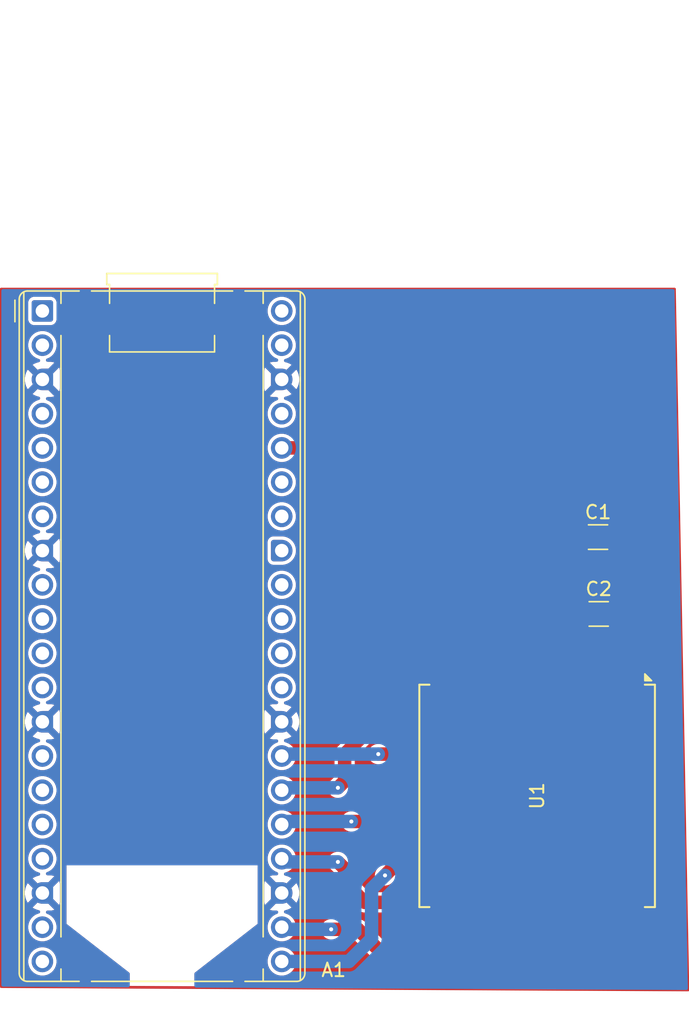
<source format=kicad_pcb>
(kicad_pcb (version 20241229) (generator "pcbnew") (generator_version "9.0")
  (layers (0 "F.Cu" signal) (2 "B.Cu" signal) (13 "F.Paste" user) (15 "B.Paste" user) (5 "F.SilkS" user "F.Silkscreen") (7 "B.SilkS" user "B.Silkscreen") (1 "F.Mask" user) (3 "B.Mask" user) (25 "Edge.Cuts" user))
  (net 0 "")
  (net 1 "DIO0")
  (net 3 "SCK")
  (net 4 "GND")
  (net 14 "MOSI")
  (net 18 "MISO")
  (net 19 "3.3V")
  (net 21 "RESET")
  (net 22 "NSS")
  (footprint "Module:RaspberryPi_Pico_Common_THT" (layer "F.Cu") (at 57.0484 50.6222)
    (property "Reference" "A1" (at 20.6375 48.895 0) (layer "F.SilkS") (effects (justify left)))
    (property "Value" "RaspberryPi_Pico_W")
    (fp_line (start -2.04 0.8) (end -2.04 -0.8) (stroke (width 0.12)) (layer "F.SilkS"))
    (fp_line (start -1.72 -0.87) (end -1.72 49.13) (stroke (width 0.12)) (layer "F.SilkS"))
    (fp_line (start -1.38 -1.417) (end -1.38 49.677) (stroke (width 0.12)) (layer "F.SilkS"))
    (fp_line (start -1.11 -1.48) (end 1.38 -1.48) (stroke (width 0.12)) (layer "F.SilkS"))
    (fp_line (start -1.11 49.74) (end 2.727939 49.74) (stroke (width 0.12)) (layer "F.SilkS"))
    (fp_line (start 1.38 -1.48) (end 1.38 -0.56648) (stroke (width 0.12)) (layer "F.SilkS"))
    (fp_line (start 1.38 -1.48) (end 2.72794 -1.48) (stroke (width 0.12)) (layer "F.SilkS"))
    (fp_line (start 1.38 1.82648) (end 1.38 46.43352) (stroke (width 0.12)) (layer "F.SilkS"))
    (fp_line (start 1.38 48.82648) (end 1.38 49.74) (stroke (width 0.12)) (layer "F.SilkS"))
    (fp_line (start 3.652061 -1.48) (end 4.655 -1.48) (stroke (width 0.12)) (layer "F.SilkS"))
    (fp_line (start 4.655 -1.48) (end 13.125 -1.48) (stroke (width 0.12)) (layer "F.SilkS"))
    (fp_line (start 4.78 -2.78) (end 4.78 -1.96) (stroke (width 0.12)) (layer "F.SilkS"))
    (fp_line (start 4.78 -2.78) (end 13 -2.78) (stroke (width 0.12)) (layer "F.SilkS"))
    (fp_line (start 4.78 -1.96) (end 4.99 -1.96) (stroke (width 0.12)) (layer "F.SilkS"))
    (fp_line (start 4.99 -1.96) (end 4.99 -0.564) (stroke (width 0.12)) (layer "F.SilkS"))
    (fp_line (start 4.99 1.824) (end 4.99 3.04) (stroke (width 0.12)) (layer "F.SilkS"))
    (fp_line (start 5.29 49.74) (end 3.652061 49.74) (stroke (width 0.12)) (layer "F.SilkS"))
    (fp_line (start 12.49 49.74) (end 5.29 49.74) (stroke (width 0.12)) (layer "F.SilkS"))
    (fp_line (start 12.79 -1.96) (end 12.79 -0.564) (stroke (width 0.12)) (layer "F.SilkS"))
    (fp_line (start 12.79 1.824) (end 12.79 3.04) (stroke (width 0.12)) (layer "F.SilkS"))
    (fp_line (start 12.79 3.04) (end 4.99 3.04) (stroke (width 0.12)) (layer "F.SilkS"))
    (fp_line (start 13 -2.78) (end 13 -1.96) (stroke (width 0.12)) (layer "F.SilkS"))
    (fp_line (start 13 -1.96) (end 12.79 -1.96) (stroke (width 0.12)) (layer "F.SilkS"))
    (fp_line (start 13.125 -1.48) (end 14.127939 -1.48) (stroke (width 0.12)) (layer "F.SilkS"))
    (fp_line (start 14.127939 49.74) (end 12.49 49.74) (stroke (width 0.12)) (layer "F.SilkS"))
    (fp_line (start 15.052061 -1.48) (end 16.4 -1.48) (stroke (width 0.12)) (layer "F.SilkS"))
    (fp_line (start 15.052061 49.74) (end 18.89 49.74) (stroke (width 0.12)) (layer "F.SilkS"))
    (fp_line (start 16.4 -1.48) (end 16.4 -0.56648) (stroke (width 0.12)) (layer "F.SilkS"))
    (fp_line (start 16.4 1.82648) (end 16.4 46.43352) (stroke (width 0.12)) (layer "F.SilkS"))
    (fp_line (start 16.4 48.82648) (end 16.4 49.74) (stroke (width 0.12)) (layer "F.SilkS"))
    (fp_line (start 18.89 -1.48) (end 16.4 -1.48) (stroke (width 0.12)) (layer "F.SilkS"))
    (fp_line (start 19.16 49.677) (end 19.16 -1.417) (stroke (width 0.12)) (layer "F.SilkS"))
    (fp_line (start 19.5 -0.87) (end 19.5 49.13) (stroke (width 0.12)) (layer "F.SilkS"))
    (fp_arc (start -1.72 -0.87) (mid -1.541335 -1.301335) (end -1.11 -1.48) (stroke (width 0.12)) (layer "F.SilkS"))
    (fp_arc (start -1.11 49.74) (mid -1.541364 49.561364) (end -1.72 49.13) (stroke (width 0.12)) (layer "F.SilkS"))
    (fp_arc (start 18.89 -1.48) (mid 19.321335 -1.301335) (end 19.5 -0.87) (stroke (width 0.12)) (layer "F.SilkS"))
    (fp_arc (start 19.5 49.13) (mid 19.321335 49.561335) (end 18.89 49.74) (stroke (width 0.12)) (layer "F.SilkS"))
    (pad "1" thru_hole roundrect (at 0 0) (size 1.6 1.6) (drill 1) (layers "*.Cu" "*.Mask") (roundrect_rratio 0.125))
    (pad "2" thru_hole circle (at 0 2.54) (size 1.6 1.6) (drill 1) (layers "*.Cu" "*.Mask"))
    (pad "3" thru_hole custom (at 0 5.08) (size 1.6 1.6) (drill 1) (layers "*.Cu" "*.Mask") (net 4 "GND") (options (clearance outline) (anchor circle)) (primitives (gr_poly (pts (xy 0.8 0.6) (xy 0.8 -0.6) (xy 0.6 -0.8) (xy 0 -0.8) (xy 0 0.8) (xy 0.6 0.8)) (width 0) (fill yes)) (gr_circle (center 0.6 0.6) (end 0.8 0.6) (width 0) (fill yes)) (gr_circle (center 0.6 -0.6) (end 0.8 -0.6) (width 0) (fill yes))))
    (pad "4" thru_hole circle (at 0 7.62) (size 1.6 1.6) (drill 1) (layers "*.Cu" "*.Mask"))
    (pad "5" thru_hole circle (at 0 10.16) (size 1.6 1.6) (drill 1) (layers "*.Cu" "*.Mask"))
    (pad "6" thru_hole circle (at 0 12.7) (size 1.6 1.6) (drill 1) (layers "*.Cu" "*.Mask"))
    (pad "7" thru_hole circle (at 0 15.24) (size 1.6 1.6) (drill 1) (layers "*.Cu" "*.Mask"))
    (pad "8" thru_hole custom (at 0 17.78) (size 1.6 1.6) (drill 1) (layers "*.Cu" "*.Mask") (net 4 "GND") (options (clearance outline) (anchor circle)) (primitives (gr_poly (pts (xy 0.8 0.6) (xy 0.8 -0.6) (xy 0.6 -0.8) (xy 0 -0.8) (xy 0 0.8) (xy 0.6 0.8)) (width 0) (fill yes)) (gr_circle (center 0.6 0.6) (end 0.8 0.6) (width 0) (fill yes)) (gr_circle (center 0.6 -0.6) (end 0.8 -0.6) (width 0) (fill yes))))
    (pad "9" thru_hole circle (at 0 20.32) (size 1.6 1.6) (drill 1) (layers "*.Cu" "*.Mask"))
    (pad "10" thru_hole circle (at 0 22.86) (size 1.6 1.6) (drill 1) (layers "*.Cu" "*.Mask"))
    (pad "11" thru_hole circle (at 0 25.4) (size 1.6 1.6) (drill 1) (layers "*.Cu" "*.Mask"))
    (pad "12" thru_hole circle (at 0 27.94) (size 1.6 1.6) (drill 1) (layers "*.Cu" "*.Mask"))
    (pad "13" thru_hole custom (at 0 30.48) (size 1.6 1.6) (drill 1) (layers "*.Cu" "*.Mask") (net 4 "GND") (options (clearance outline) (anchor circle)) (primitives (gr_poly (pts (xy 0.8 0.6) (xy 0.8 -0.6) (xy 0.6 -0.8) (xy 0 -0.8) (xy 0 0.8) (xy 0.6 0.8)) (width 0) (fill yes)) (gr_circle (center 0.6 0.6) (end 0.8 0.6) (width 0) (fill yes)) (gr_circle (center 0.6 -0.6) (end 0.8 -0.6) (width 0) (fill yes))))
    (pad "14" thru_hole circle (at 0 33.02) (size 1.6 1.6) (drill 1) (layers "*.Cu" "*.Mask"))
    (pad "15" thru_hole circle (at 0 35.56) (size 1.6 1.6) (drill 1) (layers "*.Cu" "*.Mask"))
    (pad "16" thru_hole circle (at 0 38.1) (size 1.6 1.6) (drill 1) (layers "*.Cu" "*.Mask"))
    (pad "17" thru_hole circle (at 0 40.64) (size 1.6 1.6) (drill 1) (layers "*.Cu" "*.Mask"))
    (pad "18" thru_hole custom (at 0 43.18) (size 1.6 1.6) (drill 1) (layers "*.Cu" "*.Mask") (net 4 "GND") (options (clearance outline) (anchor circle)) (primitives (gr_poly (pts (xy 0.8 0.6) (xy 0.8 -0.6) (xy 0.6 -0.8) (xy 0 -0.8) (xy 0 0.8) (xy 0.6 0.8)) (width 0) (fill yes)) (gr_circle (center 0.6 0.6) (end 0.8 0.6) (width 0) (fill yes)) (gr_circle (center 0.6 -0.6) (end 0.8 -0.6) (width 0) (fill yes))))
    (pad "19" thru_hole circle (at 0 45.72) (size 1.6 1.6) (drill 1) (layers "*.Cu" "*.Mask"))
    (pad "20" thru_hole circle (at 0 48.26) (size 1.6 1.6) (drill 1) (layers "*.Cu" "*.Mask"))
    (pad "21" thru_hole circle (at 17.78 48.26) (size 1.6 1.6) (drill 1) (layers "*.Cu" "*.Mask") (net 18 "MISO"))
    (pad "22" thru_hole circle (at 17.78 45.72) (size 1.6 1.6) (drill 1) (layers "*.Cu" "*.Mask") (net 22 "NSS"))
    (pad "23" thru_hole custom (at 17.78 43.18) (size 1.6 1.6) (drill 1) (layers "*.Cu" "*.Mask") (net 4 "GND") (options (clearance outline) (anchor circle)) (primitives (gr_poly (pts (xy -0.8 0.6) (xy -0.8 -0.6) (xy -0.6 -0.8) (xy 0 -0.8) (xy 0 0.8) (xy -0.6 0.8)) (width 0) (fill yes)) (gr_circle (center -0.6 0.6) (end -0.4 0.6) (width 0) (fill yes)) (gr_circle (center -0.6 -0.6) (end -0.4 -0.6) (width 0) (fill yes))))
    (pad "24" thru_hole circle (at 17.78 40.64) (size 1.6 1.6) (drill 1) (layers "*.Cu" "*.Mask") (net 3 "SCK"))
    (pad "25" thru_hole circle (at 17.78 38.1) (size 1.6 1.6) (drill 1) (layers "*.Cu" "*.Mask") (net 14 "MOSI"))
    (pad "26" thru_hole circle (at 17.78 35.56) (size 1.6 1.6) (drill 1) (layers "*.Cu" "*.Mask") (net 1 "DIO0"))
    (pad "27" thru_hole circle (at 17.78 33.02) (size 1.6 1.6) (drill 1) (layers "*.Cu" "*.Mask") (net 21 "RESET"))
    (pad "28" thru_hole custom (at 17.78 30.48) (size 1.6 1.6) (drill 1) (layers "*.Cu" "*.Mask") (net 4 "GND") (options (clearance outline) (anchor circle)) (primitives (gr_poly (pts (xy -0.8 0.6) (xy -0.8 -0.6) (xy -0.6 -0.8) (xy 0 -0.8) (xy 0 0.8) (xy -0.6 0.8)) (width 0) (fill yes)) (gr_circle (center -0.6 0.6) (end -0.4 0.6) (width 0) (fill yes)) (gr_circle (center -0.6 -0.6) (end -0.4 -0.6) (width 0) (fill yes))))
    (pad "29" thru_hole circle (at 17.78 27.94) (size 1.6 1.6) (drill 1) (layers "*.Cu" "*.Mask"))
    (pad "30" thru_hole circle (at 17.78 25.4) (size 1.6 1.6) (drill 1) (layers "*.Cu" "*.Mask"))
    (pad "31" thru_hole circle (at 17.78 22.86) (size 1.6 1.6) (drill 1) (layers "*.Cu" "*.Mask"))
    (pad "32" thru_hole circle (at 17.78 20.32 1) (size 1.6 1.6) (drill 1) (layers "*.Cu" "*.Mask" "F.Adhes"))
    (pad "33" thru_hole custom (at 17.78 17.78) (size 1.6 1.6) (drill 1) (layers "*.Cu" "*.Mask") (options (clearance outline) (anchor circle)) (primitives (gr_poly (pts (xy -0.8 0.6) (xy -0.8 -0.6) (xy -0.6 -0.8) (xy 0 -0.8) (xy 0 0.8) (xy -0.6 0.8)) (width 0) (fill yes)) (gr_circle (center -0.6 0.6) (end -0.4 0.6) (width 0) (fill yes)) (gr_circle (center -0.6 -0.6) (end -0.4 -0.6) (width 0) (fill yes))))
    (pad "34" thru_hole circle (at 17.78 15.24) (size 1.6 1.6) (drill 1) (layers "*.Cu" "*.Mask"))
    (pad "35" thru_hole circle (at 17.78 12.7) (size 1.6 1.6) (drill 1) (layers "*.Cu" "*.Mask"))
    (pad "36" thru_hole circle (at 17.78 10.16) (size 1.6 1.6) (drill 1) (layers "*.Cu" "*.Mask") (net 19 "3.3V"))
    (pad "37" thru_hole circle (at 17.78 7.62) (size 1.6 1.6) (drill 1) (layers "*.Cu" "*.Mask"))
    (pad "38" thru_hole custom (at 17.78 5.08) (size 1.6 1.6) (drill 1) (layers "*.Cu" "*.Mask") (net 4 "GND") (options (clearance outline) (anchor circle)) (primitives (gr_poly (pts (xy -0.8 0.6) (xy -0.8 -0.6) (xy -0.6 -0.8) (xy 0 -0.8) (xy 0 0.8) (xy -0.6 0.8)) (width 0) (fill yes)) (gr_circle (center -0.6 0.6) (end -0.4 0.6) (width 0) (fill yes)) (gr_circle (center -0.6 -0.6) (end -0.4 -0.6) (width 0) (fill yes))))
    (pad "39" thru_hole circle (at 17.78 2.54) (size 1.6 1.6) (drill 1) (layers "*.Cu" "*.Mask"))
    (pad "40" thru_hole circle (at 17.78 0) (size 1.6 1.6) (drill 1) (layers "*.Cu" "*.Mask"))
    (zone (net 0) (net_name "") (layers "F.Cu" "B.Cu" "F.Paste" "B.Paste") (name "Antenna Copper Keep Out") (connect_pads (clearance 0)) (min_thickness 0.254)
      (keepout (tracks not_allowed) (vias not_allowed) (pads not_allowed) (copperpour not_allowed) (footprints allowed))
      (fill (thermal_gap 0.508) (thermal_bridge_width 0.508))
      (polygon (pts (xy 63.5384 99.742095) (xy 58.8384 96.092095) (xy 58.8384 91.7522) (xy 73.0384 91.7522) (xy 73.0384 96.092095) (xy 68.3384 99.742095) (xy 68.3384 100.7522) (xy 63.5384 100.7522)))
    )
  )
  (footprint "RF_Module:Ai-Thinker-Ra-01-LoRa" (layer "F.Cu") (at 93.8 86.6 -90)
    (property "Reference" "U1" (at 0 0 90) (layer "F.SilkS"))
    (property "Value" "Ai-Thinker-Ra-01")
    (fp_line (start -8.25 8.75) (end 8.25 8.75) (stroke (width 0.15)) (layer "F.SilkS"))
    (fp_line (start 8.25 8.75) (end 8.25 8) (stroke (width 0.15)) (layer "F.SilkS"))
    (fp_line (start -8.25 8) (end -8.25 8.75) (stroke (width 0.15)) (layer "F.SilkS"))
    (fp_line (start -8.25 -8) (end -8.25 -8.75) (stroke (width 0.15)) (layer "F.SilkS"))
    (fp_line (start -8.25 -8.75) (end 8.25 -8.75) (stroke (width 0.15)) (layer "F.SilkS"))
    (fp_line (start 8.25 -8.75) (end 8.25 -8) (stroke (width 0.15)) (layer "F.SilkS"))
    (fp_poly (pts (xy -8.55 -8) (xy -9.05 -8) (xy -8.55 -8.5) (xy -8.55 -8)) (stroke (width 0.12)) (fill yes) (layer "F.SilkS"))
    (pad "1" smd rect (at -8 -7 270) (size 2 1.5) (layers "F.Cu" "F.Mask" "F.Paste"))
    (pad "2" smd rect (at -8 -5 270) (size 2 1.5) (layers "F.Cu" "F.Mask" "F.Paste") (net 4 "GND"))
    (pad "3" smd rect (at -8 -3 270) (size 2 1.5) (layers "F.Cu" "F.Mask" "F.Paste") (net 19 "3.3V"))
    (pad "4" smd rect (at -8 -1 270) (size 2 1.5) (layers "F.Cu" "F.Mask" "F.Paste") (net 21 "RESET"))
    (pad "5" smd rect (at -8 1 270) (size 2 1.5) (layers "F.Cu" "F.Mask" "F.Paste") (net 1 "DIO0"))
    (pad "6" smd rect (at -8 3 270) (size 2 1.5) (layers "F.Cu" "F.Mask" "F.Paste"))
    (pad "7" smd rect (at -8 5 270) (size 2 1.5) (layers "F.Cu" "F.Mask" "F.Paste"))
    (pad "8" smd rect (at -8 7 270) (size 2 1.5) (layers "F.Cu" "F.Mask" "F.Paste"))
    (pad "9" smd rect (at 8 7 270) (size 2 1.5) (layers "F.Cu" "F.Mask" "F.Paste") (net 4 "GND"))
    (pad "10" smd rect (at 8 5 270) (size 2 1.5) (layers "F.Cu" "F.Mask" "F.Paste"))
    (pad "11" smd rect (at 8 3 270) (size 2 1.5) (layers "F.Cu" "F.Mask" "F.Paste"))
    (pad "12" smd rect (at 8 1 270) (size 2 1.5) (layers "F.Cu" "F.Mask" "F.Paste") (net 3 "SCK"))
    (pad "13" smd rect (at 8 -1 270) (size 2 1.5) (layers "F.Cu" "F.Mask" "F.Paste") (net 18 "MISO"))
    (pad "14" smd rect (at 8 -3 270) (size 2 1.5) (layers "F.Cu" "F.Mask" "F.Paste") (net 14 "MOSI"))
    (pad "15" smd rect (at 8 -5 270) (size 2 1.5) (layers "F.Cu" "F.Mask" "F.Paste") (net 22 "NSS"))
    (pad "16" smd rect (at 8 -7 270) (size 2 1.5) (layers "F.Cu" "F.Mask" "F.Paste") (net 4 "GND"))
  )
  (footprint "Capacitor_SMD:C_1206_3216Metric" (layer "F.Cu") (at 98.325 67.4)
    (property "Reference" "C1" (at 0 -1.85 0) (layer "F.SilkS"))
    (property "Value" "100n")
    (fp_line (start -0.711252 -0.91) (end 0.711252 -0.91) (stroke (width 0.12)) (layer "F.SilkS"))
    (fp_line (start -0.711252 0.91) (end 0.711252 0.91) (stroke (width 0.12)) (layer "F.SilkS"))
    (pad "1" smd roundrect (at -1.475 0) (size 1.15 1.8) (layers "F.Cu" "F.Mask" "F.Paste") (roundrect_rratio 0.217391) (net 19 "3.3V"))
    (pad "2" smd roundrect (at 1.475 0) (size 1.15 1.8) (layers "F.Cu" "F.Mask" "F.Paste") (roundrect_rratio 0.217391) (net 4 "GND"))
  )
  (footprint "Capacitor_SMD:C_1206_3216Metric" (layer "F.Cu") (at 98.375 73.1)
    (property "Reference" "C2" (at 0 -1.85 0) (layer "F.SilkS"))
    (property "Value" "10u")
    (fp_line (start -0.711252 -0.91) (end 0.711252 -0.91) (stroke (width 0.12)) (layer "F.SilkS"))
    (fp_line (start -0.711252 0.91) (end 0.711252 0.91) (stroke (width 0.12)) (layer "F.SilkS"))
    (pad "1" smd roundrect (at -1.475 0) (size 1.15 1.8) (layers "F.Cu" "F.Mask" "F.Paste") (roundrect_rratio 0.217391) (net 19 "3.3V"))
    (pad "2" smd roundrect (at 1.475 0) (size 1.15 1.8) (layers "F.Cu" "F.Mask" "F.Paste") (roundrect_rratio 0.217391) (net 4 "GND"))
  )
  (gr_line (start 54 49) (end 104 49) (stroke (width 0.2)) (layer "F.Cu"))
  (gr_line (start 54 100.7522) (end 54 49) (stroke (width 0.2)) (layer "F.Cu"))
  (gr_line (start 105 101) (end 54 100.7522) (stroke (width 0.2)) (layer "F.Cu"))
  (gr_line (start 104 49) (end 105 101) (stroke (width 0.2)) (layer "F.Cu"))
  (segment (start 79 86) (end 79.5 85.5) (width 1) (layer "F.Cu") (net 1))
  (segment (start 79.5 85.5) (end 79.5 83.5) (width 1) (layer "F.Cu") (net 1))
  (segment (start 92.8 79.752) (end 92.8 78.6) (width 1) (layer "F.Cu") (net 1))
  (segment (start 91.052 81.5) (end 92.8 79.752) (width 1) (layer "F.Cu") (net 1))
  (segment (start 79.5 83.5) (end 81.5 81.5) (width 1) (layer "F.Cu") (net 1))
  (segment (start 81.5 81.5) (end 91.052 81.5) (width 1) (layer "F.Cu") (net 1))
  (via (at 79 86) (size 0.6) (drill 0.3) (layers "F.Cu" "B.Cu") (net 1))
  (segment (start 75.0106 86) (end 74.8284 86.1822) (width 1) (layer "B.Cu") (net 1))
  (segment (start 79 86) (end 75.0106 86) (width 1) (layer "B.Cu") (net 1))
  (segment (start 85 92.5) (end 91.852 92.5) (width 1) (layer "F.Cu") (net 3))
  (segment (start 79.5 93) (end 81 94.5) (width 1) (layer "F.Cu") (net 3))
  (segment (start 92.8 93.448) (end 92.8 94.6) (width 1) (layer "F.Cu") (net 3))
  (segment (start 79.5 92) (end 79.5 93) (width 1) (layer "F.Cu") (net 3))
  (segment (start 81 94.5) (end 83 94.5) (width 1) (layer "F.Cu") (net 3))
  (segment (start 79 91.5) (end 79.5 92) (width 1) (layer "F.Cu") (net 3))
  (segment (start 91.852 92.5) (end 92.8 93.448) (width 1) (layer "F.Cu") (net 3))
  (segment (start 83 94.5) (end 85 92.5) (width 1) (layer "F.Cu") (net 3))
  (via (at 79 91.5) (size 0.6) (drill 0.3) (layers "F.Cu" "B.Cu") (net 3))
  (segment (start 79 91.5) (end 75.0662 91.5) (width 1) (layer "B.Cu") (net 3))
  (segment (start 75.0662 91.5) (end 74.8284 91.2622) (width 1) (layer "B.Cu") (net 3))
  (segment (start 94 88.5) (end 80 88.5) (width 1) (layer "F.Cu") (net 14))
  (segment (start 96.8 94.6) (end 96.8 91.3) (width 1) (layer "F.Cu") (net 14))
  (segment (start 96.8 91.3) (end 94 88.5) (width 1) (layer "F.Cu") (net 14))
  (via (at 80 88.5) (size 0.6) (drill 0.3) (layers "F.Cu" "B.Cu") (net 14))
  (segment (start 80 88.5) (end 75.0506 88.5) (width 1) (layer "B.Cu") (net 14))
  (segment (start 75.0506 88.5) (end 74.8284 88.7222) (width 1) (layer "B.Cu") (net 14))
  (segment (start 93 90.5) (end 84.5 90.5) (width 1) (layer "F.Cu") (net 18))
  (segment (start 94.8 92.3) (end 93 90.5) (width 1) (layer "F.Cu") (net 18))
  (segment (start 94.8 94.6) (end 94.8 92.3) (width 1) (layer "F.Cu") (net 18))
  (segment (start 84.5 90.5) (end 82.5 92.5) (width 1) (layer "F.Cu") (net 18))
  (via (at 82.5 92.5) (size 0.6) (drill 0.3) (layers "F.Cu" "B.Cu") (net 18))
  (segment (start 81.5 93.5) (end 81.5 97.19847) (width 1) (layer "B.Cu") (net 18))
  (segment (start 81.5 97.19847) (end 79.81627 98.8822) (width 1) (layer "B.Cu") (net 18))
  (segment (start 82.5 92.5) (end 81.5 93.5) (width 1) (layer "B.Cu") (net 18))
  (segment (start 79.81627 98.8822) (end 74.8284 98.8822) (width 1) (layer "B.Cu") (net 18))
  (segment (start 96.85 70.5) (end 96.85 73.05) (width 1) (layer "F.Cu") (net 19))
  (segment (start 81.7822 60.7822) (end 74.8284 60.7822) (width 1) (layer "F.Cu") (net 19))
  (segment (start 96.85 73.05) (end 96.9 73.1) (width 1) (layer "F.Cu") (net 19))
  (segment (start 96.9 78.5) (end 96.8 78.6) (width 1) (layer "F.Cu") (net 19))
  (segment (start 91.5 70.5) (end 96.85 70.5) (width 1) (layer "F.Cu") (net 19))
  (segment (start 96.9 73.1) (end 96.9 78.5) (width 1) (layer "F.Cu") (net 19))
  (segment (start 96.85 67.4) (end 96.85 70.5) (width 1) (layer "F.Cu") (net 19))
  (segment (start 91.5 70.5) (end 81.7822 60.7822) (width 1) (layer "F.Cu") (net 19))
  (segment (start 91.9 83.5) (end 82 83.5) (width 1) (layer "F.Cu") (net 21))
  (segment (start 94.8 80.6) (end 91.9 83.5) (width 1) (layer "F.Cu") (net 21))
  (segment (start 94.8 78.6) (end 94.8 80.6) (width 1) (layer "F.Cu") (net 21))
  (via (at 82 83.5) (size 0.6) (drill 0.3) (layers "F.Cu" "B.Cu") (net 21))
  (segment (start 82 83.5) (end 74.9706 83.5) (width 1) (layer "B.Cu") (net 21))
  (segment (start 74.9706 83.5) (end 74.8284 83.6422) (width 1) (layer "B.Cu") (net 21))
  (segment (start 96.552 98) (end 98.8 95.752) (width 1) (layer "F.Cu") (net 22))
  (segment (start 80.5 96.5) (end 82 98) (width 1) (layer "F.Cu") (net 22))
  (segment (start 98.8 95.752) (end 98.8 94.6) (width 1) (layer "F.Cu") (net 22))
  (segment (start 78.5 96.5) (end 80.5 96.5) (width 1) (layer "F.Cu") (net 22))
  (segment (start 82 98) (end 96.552 98) (width 1) (layer "F.Cu") (net 22))
  (via (at 78.5 96.5) (size 0.6) (drill 0.3) (layers "F.Cu" "B.Cu") (net 22))
  (segment (start 74.9862 96.5) (end 74.8284 96.3422) (width 1) (layer "B.Cu") (net 22))
  (segment (start 78.5 96.5) (end 74.9862 96.5) (width 1) (layer "B.Cu") (net 22))
  (zone (net 4) (net_name "GND") (layers "F.Cu" "B.Cu") (connect_pads (clearance 0.25)) (min_thickness 0.25) (fill yes (thermal_gap 0.5) (thermal_bridge_width 0.5))
    (polygon (pts (xy 54 49) (xy 104 49) (xy 105 101) (xy 54 100.7522)))
  )
)
</source>
